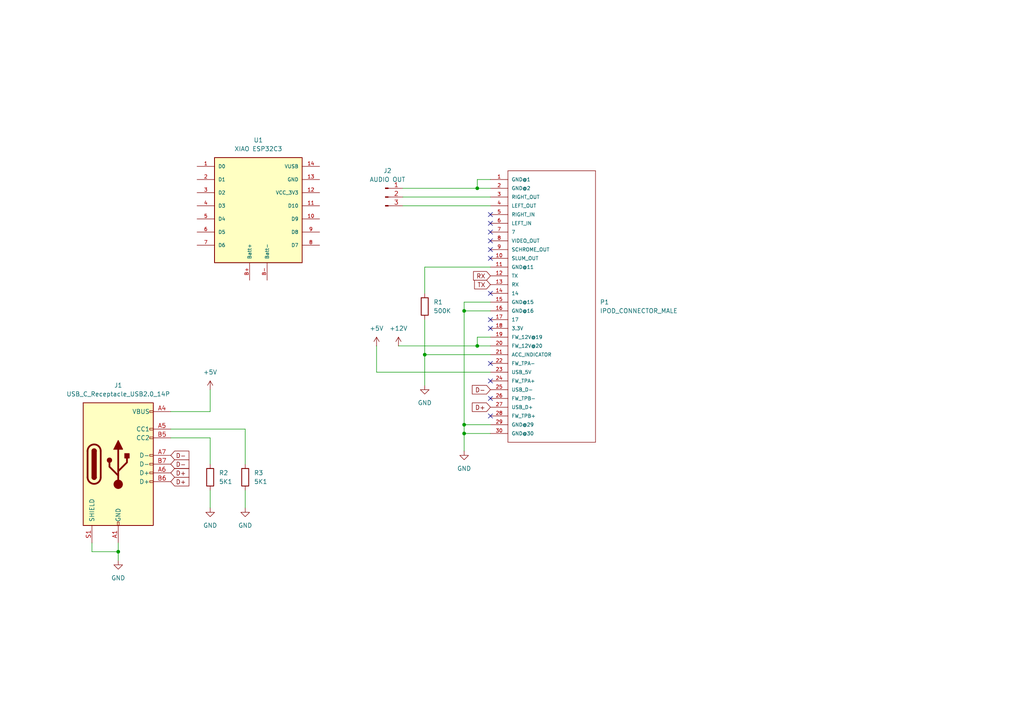
<source format=kicad_sch>
(kicad_sch (version 20250114) (generator "eeschema") (generator_version "9.0")
  (paper "A4")
  (lib_symbols
    (symbol "Connector:Conn_01x03_Pin" (pin_names (offset 1.016) (hide yes))
      (property "Reference" "J" (at 0 5.08 0))
      (property "Value" "Conn_01x03_Pin" (at 0 -5.08 0))
      (symbol "Conn_01x03_Pin_1_1"
        (rectangle (start 0.8636 2.667) (end 0 2.413) (stroke (width 0.1524)) (fill (type outline)))
        (rectangle (start 0.8636 0.127) (end 0 -0.127) (stroke (width 0.1524)) (fill (type outline)))
        (rectangle (start 0.8636 -2.413) (end 0 -2.667) (stroke (width 0.1524)) (fill (type outline)))
        (polyline (pts (xy 1.27 2.54) (xy 0.8636 2.54)) (stroke (width 0.1524)))
        (polyline (pts (xy 1.27 0) (xy 0.8636 0)) (stroke (width 0.1524)))
        (polyline (pts (xy 1.27 -2.54) (xy 0.8636 -2.54)) (stroke (width 0.1524)))
        (pin passive line (at 5.08 2.54 180) (length 3.81) (name "Pin_1") (number "1"))
        (pin passive line (at 5.08 0 180) (length 3.81) (name "Pin_2") (number "2"))
        (pin passive line (at 5.08 -2.54 180) (length 3.81) (name "Pin_3") (number "3"))
      )
    )
    (symbol "Connector:USB_C_Receptacle_USB2.0_14P" (pin_names (offset 1.016))
      (property "Reference" "J" (at 0 22.225 0))
      (property "Value" "USB_C_Receptacle_USB2.0_14P" (at 0 19.685 0))
      (symbol "USB_C_Receptacle_USB2.0_14P_0_0"
        (rectangle (start -0.254 -17.78) (end 0.254 -16.764))
        (rectangle (start 10.16 15.494) (end 9.144 14.986))
        (rectangle (start 10.16 10.414) (end 9.144 9.906))
        (rectangle (start 10.16 7.874) (end 9.144 7.366))
        (rectangle (start 10.16 2.794) (end 9.144 2.286))
        (rectangle (start 10.16 0.254) (end 9.144 -0.254))
        (rectangle (start 10.16 -2.286) (end 9.144 -2.794))
        (rectangle (start 10.16 -4.826) (end 9.144 -5.334))
      )
      (symbol "USB_C_Receptacle_USB2.0_14P_0_1"
        (rectangle (start -10.16 17.78) (end 10.16 -17.78) (stroke (width 0.254)) (fill (type background)))
        (polyline (pts (xy -8.89 -3.81) (xy -8.89 3.81)) (stroke (width 0.508)))
        (rectangle (start -7.62 -3.81) (end -6.35 3.81) (stroke (width 0.254)) (fill (type outline)))
        (arc (start -7.62 3.81) (mid -6.985 4.4423) (end -6.35 3.81) (stroke (width 0.254)))
        (arc (start -7.62 3.81) (mid -6.985 4.4423) (end -6.35 3.81) (stroke (width 0.254)) (fill (type outline)))
        (arc (start -8.89 3.81) (mid -6.985 5.7067) (end -5.08 3.81) (stroke (width 0.508)))
        (arc (start -5.08 -3.81) (mid -6.985 -5.7067) (end -8.89 -3.81) (stroke (width 0.508)))
        (arc (start -6.35 -3.81) (mid -6.985 -4.4423) (end -7.62 -3.81) (stroke (width 0.254)))
        (arc (start -6.35 -3.81) (mid -6.985 -4.4423) (end -7.62 -3.81) (stroke (width 0.254)) (fill (type outline)))
        (polyline (pts (xy -5.08 3.81) (xy -5.08 -3.81)) (stroke (width 0.508)))
        (circle (center -2.54 1.143) (radius 0.635) (stroke (width 0.254)) (fill (type outline)))
        (polyline (pts (xy -1.27 4.318) (xy 0 6.858) (xy 1.27 4.318) (xy -1.27 4.318)) (stroke (width 0.254)) (fill (type outline)))
        (polyline (pts (xy 0 -2.032) (xy 2.54 0.508) (xy 2.54 1.778)) (stroke (width 0.508)))
        (polyline (pts (xy 0 -3.302) (xy -2.54 -0.762) (xy -2.54 0.508)) (stroke (width 0.508)))
        (polyline (pts (xy 0 -5.842) (xy 0 4.318)) (stroke (width 0.508)))
        (circle (center 0 -5.842) (radius 1.27) (fill (type outline)))
        (rectangle (start 1.905 1.778) (end 3.175 3.048) (stroke (width 0.254)) (fill (type outline)))
      )
      (symbol "USB_C_Receptacle_USB2.0_14P_1_1"
        (pin passive line (at -7.62 -22.86 90) (length 5.08) (name "SHIELD") (number "S1"))
        (pin passive line (at 0 -22.86 90) (length 5.08) (name "GND") (number "A1"))
        (pin passive line (at 0 -22.86 90) (length 5.08) (hide yes) (name "GND") (number "A12"))
        (pin passive line (at 0 -22.86 90) (length 5.08) (hide yes) (name "GND") (number "B1"))
        (pin passive line (at 0 -22.86 90) (length 5.08) (hide yes) (name "GND") (number "B12"))
        (pin passive line (at 15.24 15.24 180) (length 5.08) (name "VBUS") (number "A4"))
        (pin passive line (at 15.24 15.24 180) (length 5.08) (hide yes) (name "VBUS") (number "A9"))
        (pin passive line (at 15.24 15.24 180) (length 5.08) (hide yes) (name "VBUS") (number "B4"))
        (pin passive line (at 15.24 15.24 180) (length 5.08) (hide yes) (name "VBUS") (number "B9"))
        (pin bidirectional line (at 15.24 10.16 180) (length 5.08) (name "CC1") (number "A5"))
        (pin bidirectional line (at 15.24 7.62 180) (length 5.08) (name "CC2") (number "B5"))
        (pin bidirectional line (at 15.24 2.54 180) (length 5.08) (name "D-") (number "A7"))
        (pin bidirectional line (at 15.24 0 180) (length 5.08) (name "D-") (number "B7"))
        (pin bidirectional line (at 15.24 -2.54 180) (length 5.08) (name "D+") (number "A6"))
        (pin bidirectional line (at 15.24 -5.08 180) (length 5.08) (name "D+") (number "B6"))
      )
    )
    (symbol "Device:R" (pin_numbers (hide yes)) (pin_names (offset 0))
      (property "Reference" "R" (at 2.032 0 90))
      (property "Value" "R" (at 0 0 90))
      (symbol "R_0_1"
        (rectangle (start -1.016 -2.54) (end 1.016 2.54) (stroke (width 0.254)))
      )
      (symbol "R_1_1"
        (pin passive line (at 0 3.81 270) (length 1.27) (name "~") (number "1"))
        (pin passive line (at 0 -3.81 90) (length 1.27) (name "~") (number "2"))
      )
    )
    (symbol "ipod-connector_male:IPOD_CONNECTOR_MALE" (pin_names (offset 1.016))
      (property "Reference" "P1" (at 0 39.37 0))
      (property "Value" "IPOD_CONNECTOR_MALE" (at 0 -41.91 0))
      (symbol "IPOD_CONNECTOR_MALE_1_0"
        (polyline (pts (xy -12.7 38.1) (xy -12.7 -40.64)))
        (polyline (pts (xy -12.7 -40.64) (xy 12.7 -40.64)))
        (polyline (pts (xy 12.7 38.1) (xy -12.7 38.1)))
        (polyline (pts (xy 12.7 -40.64) (xy 12.7 38.1)))
      )
      (symbol "IPOD_CONNECTOR_MALE_1_1"
        (pin bidirectional line (at -17.78 35.56 0) (length 5.08) (name "GND@1") (number "1"))
        (pin bidirectional line (at -17.78 33.02 0) (length 5.08) (name "GND@2") (number "2"))
        (pin bidirectional line (at -17.78 30.48 0) (length 5.08) (name "RIGHT_OUT") (number "3"))
        (pin bidirectional line (at -17.78 27.94 0) (length 5.08) (name "LEFT_OUT") (number "4"))
        (pin bidirectional line (at -17.78 25.4 0) (length 5.08) (name "RIGHT_IN") (number "5"))
        (pin bidirectional line (at -17.78 22.86 0) (length 5.08) (name "LEFT_IN") (number "6"))
        (pin bidirectional line (at -17.78 20.32 0) (length 5.08) (name "7") (number "7"))
        (pin bidirectional line (at -17.78 17.78 0) (length 5.08) (name "VIDEO_OUT") (number "8"))
        (pin bidirectional line (at -17.78 15.24 0) (length 5.08) (name "SCHROME_OUT") (number "9"))
        (pin bidirectional line (at -17.78 12.7 0) (length 5.08) (name "SLUM_OUT") (number "10"))
        (pin bidirectional line (at -17.78 10.16 0) (length 5.08) (name "GND@11") (number "11"))
        (pin bidirectional line (at -17.78 7.62 0) (length 5.08) (name "TX") (number "12"))
        (pin bidirectional line (at -17.78 5.08 0) (length 5.08) (name "RX") (number "13"))
        (pin bidirectional line (at -17.78 2.54 0) (length 5.08) (name "14") (number "14"))
        (pin bidirectional line (at -17.78 0 0) (length 5.08) (name "GND@15") (number "15"))
        (pin bidirectional line (at -17.78 -2.54 0) (length 5.08) (name "GND@16") (number "16"))
        (pin bidirectional line (at -17.78 -5.08 0) (length 5.08) (name "17") (number "17"))
        (pin bidirectional line (at -17.78 -7.62 0) (length 5.08) (name "3.3V") (number "18"))
        (pin bidirectional line (at -17.78 -10.16 0) (length 5.08) (name "FW_12V@19") (number "19"))
        (pin bidirectional line (at -17.78 -12.7 0) (length 5.08) (name "FW_12V@20") (number "20"))
        (pin bidirectional line (at -17.78 -15.24 0) (length 5.08) (name "ACC_INDICATOR") (number "21"))
        (pin bidirectional line (at -17.78 -17.78 0) (length 5.08) (name "FW_TPA-") (number "22"))
        (pin bidirectional line (at -17.78 -20.32 0) (length 5.08) (name "USB_5V") (number "23"))
        (pin bidirectional line (at -17.78 -22.86 0) (length 5.08) (name "FW_TPA+") (number "24"))
        (pin bidirectional line (at -17.78 -25.4 0) (length 5.08) (name "USB_D-") (number "25"))
        (pin bidirectional line (at -17.78 -27.94 0) (length 5.08) (name "FW_TPB-") (number "26"))
        (pin bidirectional line (at -17.78 -30.48 0) (length 5.08) (name "USB_D+") (number "27"))
        (pin bidirectional line (at -17.78 -33.02 0) (length 5.08) (name "FW_TPB+") (number "28"))
        (pin bidirectional line (at -17.78 -35.56 0) (length 5.08) (name "GND@29") (number "29"))
        (pin bidirectional line (at -17.78 -38.1 0) (length 5.08) (name "GND@30") (number "30"))
      )
    )
    (symbol "power:+12V" (power) (pin_numbers (hide yes)) (pin_names (offset 0) (hide yes))
      (property "Value" "+12V" (at 0 3.556 0))
      (symbol "+12V_0_1"
        (polyline (pts (xy -0.762 1.27) (xy 0 2.54)))
        (polyline (pts (xy 0 2.54) (xy 0.762 1.27)))
        (polyline (pts (xy 0 0) (xy 0 2.54)))
      )
      (symbol "+12V_1_1"
        (pin power_in line (at 0 0 90) (length 0) (name "~") (number "1"))
      )
    )
    (symbol "power:+5V" (power) (pin_numbers (hide yes)) (pin_names (offset 0) (hide yes))
      (property "Value" "+5V" (at 0 3.556 0))
      (symbol "+5V_0_1"
        (polyline (pts (xy -0.762 1.27) (xy 0 2.54)))
        (polyline (pts (xy 0 2.54) (xy 0.762 1.27)))
        (polyline (pts (xy 0 0) (xy 0 2.54)))
      )
      (symbol "+5V_1_1"
        (pin power_in line (at 0 0 90) (length 0) (name "~") (number "1"))
      )
    )
    (symbol "power:GND" (power) (pin_numbers (hide yes)) (pin_names (offset 0) (hide yes))
      (property "Value" "GND" (at 0 -3.81 0))
      (symbol "GND_0_1"
        (polyline (pts (xy 0 0) (xy 0 -1.27) (xy 1.27 -1.27) (xy 0 -2.54) (xy -1.27 -1.27) (xy 0 -1.27)))
      )
      (symbol "GND_1_1"
        (pin power_in line (at 0 0 270) (length 0) (name "~") (number "1"))
      )
    )
    (symbol "xiao_esp32c3:XIAO ESP32C3" (pin_names (offset 1.016))
      (property "Reference" "U" (at -12.7 16.002 0))
      (property "Value" "XIAO ESP32C3" (at 7.62 -19.05 0))
      (symbol "XIAO ESP32C3_0_0"
        (rectangle (start -12.7 15.24) (end 12.7 -15.24) (stroke (width 0.254)) (fill (type background)))
        (pin bidirectional line (at -17.78 12.7 0) (length 5.08) (name "D0") (number "1"))
        (pin bidirectional line (at -17.78 8.89 0) (length 5.08) (name "D1") (number "2"))
        (pin bidirectional line (at -17.78 5.08 0) (length 5.08) (name "D2") (number "3"))
        (pin bidirectional line (at -17.78 1.27 0) (length 5.08) (name "D3") (number "4"))
        (pin bidirectional line (at -17.78 -2.54 0) (length 5.08) (name "D4") (number "5"))
        (pin bidirectional line (at -17.78 -6.35 0) (length 5.08) (name "D5") (number "6"))
        (pin power_in line (at 17.78 12.7 180) (length 5.08) (name "VUSB") (number "14"))
        (pin power_in line (at 17.78 8.89 180) (length 5.08) (name "GND") (number "13"))
        (pin power_in line (at 17.78 5.08 180) (length 5.08) (name "VCC_3V3") (number "12"))
        (pin bidirectional line (at 17.78 1.27 180) (length 5.08) (name "D10") (number "11"))
        (pin bidirectional line (at 17.78 -2.54 180) (length 5.08) (name "D9") (number "10"))
        (pin bidirectional line (at 17.78 -6.35 180) (length 5.08) (name "D8") (number "9"))
      )
      (symbol "XIAO ESP32C3_1_0"
        (pin bidirectional line (at -17.78 -10.16 0) (length 5.08) (name "D6") (number "7"))
        (pin power_in line (at -2.54 -20.32 90) (length 5.08) (name "Batt+") (number "B+"))
        (pin power_in line (at 2.54 -20.32 90) (length 5.08) (name "Batt-") (number "B-"))
        (pin bidirectional line (at 17.78 -10.16 180) (length 5.08) (name "D7") (number "8"))
      )
    )
  )
  (junction (at 123.19 102.87))
  (junction (at 134.62 125.73))
  (junction (at 138.43 54.61))
  (junction (at 134.62 90.17))
  (junction (at 134.62 123.19))
  (junction (at 34.29 160.02))
  (junction (at 138.43 100.33))
  (no_connect (at 142.24 115.57))
  (no_connect (at 142.24 64.77))
  (no_connect (at 142.24 67.31))
  (no_connect (at 142.24 120.65))
  (no_connect (at 142.24 95.25))
  (no_connect (at 142.24 74.93))
  (no_connect (at 142.24 105.41))
  (no_connect (at 142.24 85.09))
  (no_connect (at 142.24 110.49))
  (no_connect (at 142.24 69.85))
  (no_connect (at 142.24 72.39))
  (no_connect (at 142.24 62.23))
  (no_connect (at 142.24 92.71))
  (wire (pts (xy 116.84 57.15) (xy 142.24 57.15)))
  (wire (pts (xy 134.62 125.73) (xy 142.24 125.73)))
  (wire (pts (xy 123.19 77.47) (xy 123.19 85.09)))
  (wire (pts (xy 142.24 52.07) (xy 138.43 52.07)))
  (wire (pts (xy 49.53 127) (xy 60.96 127)))
  (wire (pts (xy 134.62 87.63) (xy 142.24 87.63)))
  (wire (pts (xy 26.67 160.02) (xy 34.29 160.02)))
  (wire (pts (xy 134.62 90.17) (xy 134.62 123.19)))
  (wire (pts (xy 138.43 54.61) (xy 142.24 54.61)))
  (wire (pts (xy 26.67 157.48) (xy 26.67 160.02)))
  (wire (pts (xy 138.43 52.07) (xy 138.43 54.61)))
  (wire (pts (xy 49.53 119.38) (xy 60.96 119.38)))
  (wire (pts (xy 123.19 77.47) (xy 142.24 77.47)))
  (wire (pts (xy 49.53 124.46) (xy 71.12 124.46)))
  (wire (pts (xy 134.62 123.19) (xy 142.24 123.19)))
  (wire (pts (xy 116.84 54.61) (xy 138.43 54.61)))
  (wire (pts (xy 116.84 59.69) (xy 142.24 59.69)))
  (wire (pts (xy 138.43 97.79) (xy 138.43 100.33)))
  (wire (pts (xy 134.62 90.17) (xy 142.24 90.17)))
  (wire (pts (xy 142.24 107.95) (xy 109.22 107.95)))
  (wire (pts (xy 134.62 87.63) (xy 134.62 90.17)))
  (wire (pts (xy 138.43 100.33) (xy 115.57 100.33)))
  (wire (pts (xy 123.19 102.87) (xy 123.19 111.76)))
  (wire (pts (xy 134.62 123.19) (xy 134.62 125.73)))
  (wire (pts (xy 60.96 142.24) (xy 60.96 147.32)))
  (wire (pts (xy 71.12 142.24) (xy 71.12 147.32)))
  (wire (pts (xy 109.22 107.95) (xy 109.22 100.33)))
  (wire (pts (xy 60.96 119.38) (xy 60.96 113.03)))
  (wire (pts (xy 71.12 124.46) (xy 71.12 134.62)))
  (wire (pts (xy 60.96 127) (xy 60.96 134.62)))
  (wire (pts (xy 34.29 157.48) (xy 34.29 160.02)))
  (wire (pts (xy 142.24 100.33) (xy 138.43 100.33)))
  (wire (pts (xy 142.24 97.79) (xy 138.43 97.79)))
  (wire (pts (xy 123.19 102.87) (xy 142.24 102.87)))
  (wire (pts (xy 34.29 160.02) (xy 34.29 162.56)))
  (wire (pts (xy 134.62 125.73) (xy 134.62 130.81)))
  (wire (pts (xy 123.19 92.71) (xy 123.19 102.87)))
  (global_label "D+" (shape input) (at 49.53 139.7 0) (property "Intersheetrefs" "${INTERSHEET_REFS}" (effects (hide yes))))
  (global_label "D-" (shape input) (at 142.24 113.03 180) (property "Intersheetrefs" "${INTERSHEET_REFS}" (effects (hide yes))))
  (global_label "D-" (shape input) (at 49.53 134.62 0) (property "Intersheetrefs" "${INTERSHEET_REFS}" (effects (hide yes))))
  (global_label "RX" (shape input) (at 142.24 80.01 180) (property "Intersheetrefs" "${INTERSHEET_REFS}" (effects (hide yes))))
  (global_label "D+" (shape input) (at 49.53 137.16 0) (property "Intersheetrefs" "${INTERSHEET_REFS}" (effects (hide yes))))
  (global_label "TX" (shape input) (at 142.24 82.55 180) (property "Intersheetrefs" "${INTERSHEET_REFS}" (effects (hide yes))))
  (global_label "D-" (shape input) (at 49.53 132.08 0) (property "Intersheetrefs" "${INTERSHEET_REFS}" (effects (hide yes))))
  (global_label "D+" (shape input) (at 142.24 118.11 180) (property "Intersheetrefs" "${INTERSHEET_REFS}" (effects (hide yes))))
  (symbol (lib_id "power:GND") (at 71.12 147.32 0) (unit 1)
    (property "Reference" "#PWR05" (effects (hide yes)))
    (property "Value" "GND" (at 71.12 152.4 0))
    (property "Description" "Power symbol creates a global label with name \"GND\" , ground" (effects (hide yes)))
  )
  (symbol (lib_id "ipod-connector_male:IPOD_CONNECTOR_MALE") (at 160.02 87.63 0) (unit 1)
    (property "Reference" "P1" (at 173.99 87.6299 0) (effects (justify left)))
    (property "Value" "IPOD_CONNECTOR_MALE" (at 173.99 90.1699 0) (effects (justify left)))
  )
  (symbol (lib_id "power:+12V") (at 115.57 100.33 0) (unit 1)
    (property "Reference" "#PWR08" (effects (hide yes)))
    (property "Value" "+12V" (at 115.57 95.25 0))
    (property "Description" "Power symbol creates a global label with name \"+12V\"" (effects (hide yes)))
  )
  (symbol (lib_id "xiao_esp32c3:XIAO ESP32C3") (at 74.93 60.96 0) (unit 1)
    (property "Reference" "U1" (at 74.93 40.64 0))
    (property "Value" "XIAO ESP32C3" (at 74.93 43.18 0))
    (property "Footprint" "XIAO_ESP32C3:xiao_esp32c3" (effects (hide yes)))
    (property "Datasheet" "https://files.seeedstudio.com/wiki/Seeed-Studio-XIAO-ESP32/esp32-c3_datasheet.pdf" (effects (hide yes)))
    (property "Description" "ESP32C3 Transceiver Evaluation Board" (effects (hide yes)))
    (property "MANUFACTURER" "Seeed Technology" (effects (hide yes)))
  )
  (symbol (lib_id "power:GND") (at 134.62 130.81 0) (unit 1)
    (property "Reference" "#PWR07" (effects (hide yes)))
    (property "Value" "GND" (at 134.62 135.89 0))
    (property "Description" "Power symbol creates a global label with name \"GND\" , ground" (effects (hide yes)))
  )
  (symbol (lib_id "Device:R") (at 60.96 138.43 0) (unit 1)
    (property "Reference" "R2" (at 63.5 137.1599 0) (effects (justify left)))
    (property "Value" "5K1" (at 63.5 139.6999 0) (effects (justify left)))
    (property "Description" "Resistor" (effects (hide yes)))
  )
  (symbol (lib_id "Device:R") (at 123.19 88.9 0) (unit 1)
    (property "Reference" "R1" (at 125.73 87.6299 0) (effects (justify left)))
    (property "Value" "500K" (at 125.73 90.1699 0) (effects (justify left)))
    (property "Description" "Resistor" (effects (hide yes)))
  )
  (symbol (lib_id "Connector:Conn_01x03_Pin") (at 111.76 57.15 0) (unit 1)
    (property "Reference" "J2" (at 112.395 49.53 0))
    (property "Value" "AUDIO OUT" (at 112.395 52.07 0))
    (property "Description" "Generic connector, single row, 01x03, script generated" (effects (hide yes)))
  )
  (symbol (lib_id "power:GND") (at 60.96 147.32 0) (unit 1)
    (property "Reference" "#PWR04" (effects (hide yes)))
    (property "Value" "GND" (at 60.96 152.4 0))
    (property "Description" "Power symbol creates a global label with name \"GND\" , ground" (effects (hide yes)))
  )
  (symbol (lib_id "Connector:USB_C_Receptacle_USB2.0_14P") (at 34.29 134.62 0) (unit 1)
    (property "Reference" "J1" (at 34.29 111.76 0))
    (property "Value" "USB_C_Receptacle_USB2.0_14P" (at 34.29 114.3 0))
    (property "Datasheet" "https://www.usb.org/sites/default/files/documents/usb_type-c.zip" (effects (hide yes)))
    (property "Description" "USB 2.0-only 14P Type-C Receptacle connector" (effects (hide yes)))
  )
  (symbol (lib_id "power:+5V") (at 60.96 113.03 0) (unit 1)
    (property "Reference" "#PWR03" (effects (hide yes)))
    (property "Value" "+5V" (at 60.96 107.95 0))
    (property "Description" "Power symbol creates a global label with name \"+5V\"" (effects (hide yes)))
  )
  (symbol (lib_id "Device:R") (at 71.12 138.43 0) (unit 1)
    (property "Reference" "R3" (at 73.66 137.1599 0) (effects (justify left)))
    (property "Value" "5K1" (at 73.66 139.6999 0) (effects (justify left)))
    (property "Description" "Resistor" (effects (hide yes)))
  )
  (symbol (lib_id "power:+5V") (at 109.22 100.33 0) (unit 1)
    (property "Reference" "#PWR02" (effects (hide yes)))
    (property "Value" "+5V" (at 109.22 95.25 0))
    (property "Description" "Power symbol creates a global label with name \"+5V\"" (effects (hide yes)))
  )
  (symbol (lib_id "power:GND") (at 123.19 111.76 0) (unit 1)
    (property "Reference" "#PWR01" (effects (hide yes)))
    (property "Value" "GND" (at 123.19 116.84 0))
    (property "Description" "Power symbol creates a global label with name \"GND\" , ground" (effects (hide yes)))
  )
  (symbol (lib_id "power:GND") (at 34.29 162.56 0) (unit 1)
    (property "Reference" "#PWR06" (effects (hide yes)))
    (property "Value" "GND" (at 34.29 167.64 0))
    (property "Description" "Power symbol creates a global label with name \"GND\" , ground" (effects (hide yes)))
  )
)
</source>
